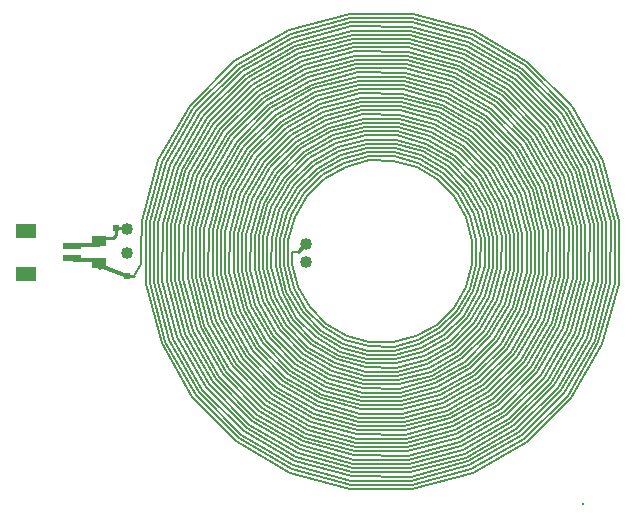
<source format=gtl>
G04*
G04 #@! TF.GenerationSoftware,Altium Limited,Altium Designer,23.7.1 (13)*
G04*
G04 Layer_Physical_Order=1*
G04 Layer_Color=255*
%FSLAX25Y25*%
%MOIN*%
G70*
G04*
G04 #@! TF.SameCoordinates,EF7137CB-2ACC-42BF-A9FD-E08E9475024B*
G04*
G04*
G04 #@! TF.FilePolarity,Positive*
G04*
G01*
G75*
%ADD13C,0.01000*%
%ADD14R,0.02400X0.02200*%
%ADD15R,0.04921X0.03347*%
%ADD16R,0.07087X0.04724*%
%ADD17R,0.06102X0.02362*%
%ADD25C,0.01181*%
%ADD26C,0.01400*%
%ADD27C,0.01181*%
%ADD28C,0.00799*%
%ADD29C,0.04000*%
D13*
X33071Y103248D02*
X34244Y104421D01*
X37901D01*
X38745Y105266D01*
Y107547D01*
X42419Y91547D02*
X44819D01*
X38745Y107547D02*
X42406D01*
D14*
X38745D02*
D03*
X42419Y91547D02*
D03*
D15*
X33071Y103248D02*
D03*
Y95965D02*
D03*
D16*
X8661Y92520D02*
D03*
Y106693D02*
D03*
D17*
X24016Y97638D02*
D03*
Y101575D02*
D03*
D25*
X194488Y15748D02*
D03*
D26*
X102036Y102513D02*
X102061Y102547D01*
X99815Y99547D02*
X102036Y102513D01*
D27*
X22940Y101969D02*
X33071D01*
X24606Y97047D02*
X30746D01*
X33305Y94488D01*
X24016Y97638D02*
X24606Y97047D01*
X32677Y95276D02*
X42419Y91547D01*
D28*
X47219Y99547D02*
X47277Y110061D01*
X52774Y130351D01*
X63327Y148514D01*
X78211Y163315D01*
X96406Y173752D01*
X116666Y179121D01*
X137611Y179063D01*
X157812Y173590D01*
X175895Y163082D01*
X190632Y148264D01*
X201023Y130149D01*
X206368Y109977D01*
X206310Y89124D02*
X206368Y109977D01*
X200860Y69012D02*
X206310Y89124D01*
X190399Y51008D02*
X200860Y69012D01*
X175645Y36337D02*
X190399Y51008D01*
X157610Y25992D02*
X175645Y36337D01*
X137527Y20671D02*
X157610Y25992D01*
X116766Y20729D02*
X137527Y20671D01*
X96742Y26154D02*
X116766Y20729D01*
X78819Y36570D02*
X96742Y26154D01*
X64212Y51259D02*
X78819Y36570D01*
X53913Y69214D02*
X64212Y51259D01*
X48616Y89208D02*
X53913Y69214D01*
X48616Y89208D02*
X48674Y109877D01*
X54076Y129812D01*
X64445Y147656D01*
X79069Y162197D01*
X96945Y172451D01*
X116850Y177724D01*
X137427Y177666D01*
X157273Y172288D01*
X175038Y161964D01*
X189514Y147406D01*
X199721Y129610D01*
X204971Y109793D01*
X204913Y89308D02*
X204971Y109793D01*
X199558Y69551D02*
X204913Y89308D01*
X189281Y51866D02*
X199558Y69551D01*
X174787Y37455D02*
X189281Y51866D01*
X157071Y27294D02*
X174787Y37455D01*
X137343Y22068D02*
X157071Y27294D01*
X116950Y22126D02*
X137343Y22068D01*
X97282Y27456D02*
X116950Y22126D01*
X79677Y37688D02*
X97282Y27456D01*
X65330Y52116D02*
X79677Y37688D01*
X55215Y69753D02*
X65330Y52116D01*
X50013Y89392D02*
X55215Y69753D01*
X50013Y89392D02*
X50071Y109693D01*
X55378Y129273D01*
X65563Y146798D01*
X79927Y161080D01*
X97484Y171149D01*
X117034Y176327D01*
X137243Y176269D01*
X156734Y170986D01*
X174180Y160847D01*
X188396Y146548D01*
X198419Y129070D01*
X203574Y109609D01*
X203516Y89492D02*
X203574Y109609D01*
X198257Y70090D02*
X203516Y89492D01*
X188163Y52724D02*
X198257Y70090D01*
X173930Y38573D02*
X188163Y52724D01*
X156532Y28595D02*
X173930Y38573D01*
X137159Y23465D02*
X156532Y28595D01*
X117134Y23523D02*
X137159Y23465D01*
X97821Y28758D02*
X117134Y23523D01*
X80534Y38806D02*
X97821Y28758D01*
X66448Y52974D02*
X80534Y38806D01*
X56517Y70292D02*
X66448Y52974D01*
X51410Y89576D02*
X56517Y70292D01*
X51410Y89576D02*
X51468Y109509D01*
X56679Y128734D01*
X66681Y145940D01*
X80785Y159962D01*
X98023Y169847D01*
X117218Y174930D01*
X137059Y174872D01*
X156195Y169684D01*
X173322Y159729D01*
X187278Y145690D01*
X197118Y128531D01*
X202177Y109425D01*
X202119Y89676D02*
X202177Y109425D01*
X196955Y70630D02*
X202119Y89676D01*
X187045Y53582D02*
X196955Y70630D01*
X173072Y39691D02*
X187045Y53582D01*
X155992Y29897D02*
X173072Y39691D01*
X136975Y24862D02*
X155992Y29897D01*
X117318Y24920D02*
X136975Y24862D01*
X98360Y30060D02*
X117318Y24920D01*
X81392Y39924D02*
X98360Y30060D01*
X67566Y53832D02*
X81392Y39924D01*
X57819Y70832D02*
X67566Y53832D01*
X52807Y89760D02*
X57819Y70832D01*
X52807Y89760D02*
X52865Y109326D01*
X57981Y128194D01*
X67799Y145083D01*
X81642Y158844D01*
X98562Y168545D01*
X117402Y173533D01*
X136875Y173475D01*
X155655Y168383D01*
X172464Y158611D01*
X186160Y144833D01*
X195816Y127992D01*
X200780Y109241D01*
X200722Y89860D02*
X200780Y109241D01*
X195653Y71169D02*
X200722Y89860D01*
X185927Y54440D02*
X195653Y71169D01*
X172214Y40808D02*
X185927Y54440D01*
X155453Y31199D02*
X172214Y40808D01*
X136791Y26259D02*
X155453Y31199D01*
X117502Y26317D02*
X136791Y26259D01*
X98899Y31362D02*
X117502Y26317D01*
X82250Y41041D02*
X98899Y31362D01*
X68684Y54690D02*
X82250Y41041D01*
X59120Y71371D02*
X68684Y54690D01*
X54204Y89944D02*
X59120Y71371D01*
X54204Y89944D02*
X54262Y109142D01*
X59283Y127655D01*
X68917Y144225D01*
X82500Y157726D01*
X99102Y167244D01*
X117586Y172136D01*
X136691Y172078D01*
X155116Y167081D01*
X171606Y157493D01*
X185042Y143975D01*
X194514Y127453D01*
X199383Y109057D01*
X199325Y90044D02*
X199383Y109057D01*
X194351Y71708D02*
X199325Y90044D01*
X184809Y55297D02*
X194351Y71708D01*
X171356Y41926D02*
X184809Y55297D01*
X154914Y32501D02*
X171356Y41926D01*
X136607Y27656D02*
X154914Y32501D01*
X117686Y27714D02*
X136607Y27656D01*
X99439Y32663D02*
X117686Y27714D01*
X83108Y42159D02*
X99439Y32663D01*
X69802Y55547D02*
X83108Y42159D01*
X60422Y71910D02*
X69802Y55547D01*
X55601Y90128D02*
X60422Y71910D01*
X55601Y90128D02*
X55659Y108958D01*
X60585Y127116D01*
X70035Y143367D01*
X83358Y156608D01*
X99641Y165942D01*
X117770Y170739D01*
X136508Y170681D01*
X154577Y165779D01*
X170749Y156375D01*
X183924Y143117D01*
X193212Y126914D01*
X197986Y108873D01*
X197928Y90228D02*
X197986Y108873D01*
X193050Y72247D02*
X197928Y90228D01*
X183692Y56155D02*
X193050Y72247D01*
X170498Y43044D02*
X183692Y56155D01*
X154375Y33803D02*
X170498Y43044D01*
X136423Y29053D02*
X154375Y33803D01*
X117870Y29111D02*
X136423Y29053D01*
X99978Y33965D02*
X117870Y29111D01*
X83965Y43277D02*
X99978Y33965D01*
X70920Y56405D02*
X83965Y43277D01*
X61724Y72449D02*
X70920Y56405D01*
X56998Y90312D02*
X61724Y72449D01*
X56998Y90312D02*
X57056Y108774D01*
X61887Y126577D01*
X71153Y142509D01*
X84216Y155490D01*
X100180Y164640D01*
X117954Y169342D01*
X136324Y169284D01*
X154038Y164477D01*
X169891Y155257D01*
X182807Y142259D01*
X191910Y126374D01*
X196589Y108689D01*
X196531Y90412D02*
X196589Y108689D01*
X191748Y72786D02*
X196531Y90412D01*
X182574Y57013D02*
X191748Y72786D01*
X169641Y44162D02*
X182574Y57013D01*
X153835Y35104D02*
X169641Y44162D01*
X136239Y30450D02*
X153835Y35104D01*
X118053Y30508D02*
X136239Y30450D01*
X100517Y35267D02*
X118053Y30508D01*
X84823Y44395D02*
X100517Y35267D01*
X72038Y57263D02*
X84823Y44395D01*
X63026Y72989D02*
X72038Y57263D01*
X58395Y90496D02*
X63026Y72989D01*
X58395Y90496D02*
X58453Y108590D01*
X63188Y126037D01*
X72271Y141651D01*
X85074Y154372D01*
X100719Y163338D01*
X118138Y167945D01*
X136140Y167887D01*
X153498Y163175D01*
X169033Y154139D01*
X181689Y141401D01*
X190609Y125835D01*
X195192Y108505D01*
X195134Y90596D02*
X195192Y108505D01*
X190446Y73326D02*
X195134Y90596D01*
X181456Y57871D02*
X190446Y73326D01*
X168783Y45280D02*
X181456Y57871D01*
X153296Y36406D02*
X168783Y45280D01*
X136056Y31847D02*
X153296Y36406D01*
X118237Y31905D02*
X136056Y31847D01*
X101056Y36569D02*
X118237Y31905D01*
X85681Y45513D02*
X101056Y36569D01*
X73155Y58121D02*
X85681Y45513D01*
X64328Y73528D02*
X73155Y58121D01*
X59792Y90680D02*
X64328Y73528D01*
X59792Y90680D02*
X59850Y108406D01*
X64490Y125498D01*
X73388Y140794D01*
X85931Y153254D01*
X101259Y162036D01*
X118322Y166548D01*
X135956Y166490D01*
X152959Y161874D01*
X168175Y153022D01*
X180571Y140544D01*
X189307Y125296D01*
X193795Y108322D01*
X193737Y90779D02*
X193795Y108322D01*
X189144Y73865D02*
X193737Y90779D01*
X180338Y58728D02*
X189144Y73865D01*
X167925Y46398D02*
X180338Y58728D01*
X152757Y37708D02*
X167925Y46398D01*
X135872Y33244D02*
X152757Y37708D01*
X118421Y33302D02*
X135872Y33244D01*
X101595Y37871D02*
X118421Y33302D01*
X86539Y46631D02*
X101595Y37871D01*
X74273Y58979D02*
X86539Y46631D01*
X65629Y74067D02*
X74273Y58979D01*
X61189Y90864D02*
X65629Y74067D01*
X61189Y90864D02*
X61247Y108222D01*
X65792Y124959D01*
X74506Y139936D01*
X86789Y152137D01*
X101798Y160735D01*
X118506Y165151D01*
X135772Y165093D01*
X152420Y160572D01*
X167317Y151904D01*
X179453Y139686D01*
X188005Y124757D01*
X192398Y108138D01*
X192340Y90963D02*
X192398Y108138D01*
X187842Y74404D02*
X192340Y90963D01*
X179220Y59586D02*
X187842Y74404D01*
X167067Y47516D02*
X179220Y59586D01*
X152218Y39010D02*
X167067Y47516D01*
X135688Y34641D02*
X152218Y39010D01*
X118605Y34699D02*
X135688Y34641D01*
X102135Y39172D02*
X118605Y34699D01*
X87397Y47749D02*
X102135Y39172D01*
X75391Y59836D02*
X87397Y47749D01*
X66931Y74606D02*
X75391Y59836D01*
X62586Y91048D02*
X66931Y74606D01*
X62586Y91048D02*
X62644Y108038D01*
X67094Y124420D01*
X75624Y139078D01*
X87647Y151019D01*
X102337Y159433D01*
X118690Y163754D01*
X135588Y163696D01*
X151881Y159270D01*
X166460Y150786D01*
X178335Y138828D01*
X186703Y124217D01*
X191001Y107954D01*
X190943Y91147D02*
X191001Y107954D01*
X186540Y74943D02*
X190943Y91147D01*
X178102Y60444D02*
X186540Y74943D01*
X166209Y48634D02*
X178102Y60444D01*
X151679Y40312D02*
X166209Y48634D01*
X135504Y36038D02*
X151679Y40312D01*
X118789Y36096D02*
X135504Y36038D01*
X102674Y40474D02*
X118789Y36096D01*
X88254Y48867D02*
X102674Y40474D01*
X76509Y60694D02*
X88254Y48867D01*
X68233Y75146D02*
X76509Y60694D01*
X63983Y91232D02*
X68233Y75146D01*
X63983Y91232D02*
X64041Y107854D01*
X68396Y123881D01*
X76742Y138220D01*
X88505Y149901D01*
X102876Y158131D01*
X118873Y162357D01*
X135404Y162299D01*
X151342Y157968D01*
X165602Y149668D01*
X177217Y137970D01*
X185401Y123678D01*
X189604Y107770D01*
X189546Y91331D02*
X189604Y107770D01*
X185239Y75482D02*
X189546Y91331D01*
X176984Y61302D02*
X185239Y75482D01*
X165352Y49751D02*
X176984Y61302D01*
X151139Y41613D02*
X165352Y49751D01*
X135320Y37435D02*
X151139Y41613D01*
X118973Y37493D02*
X135320Y37435D01*
X103213Y41776D02*
X118973Y37493D01*
X89112Y49984D02*
X103213Y41776D01*
X77627Y61552D02*
X89112Y49984D01*
X69535Y75685D02*
X77627Y61552D01*
X65380Y91415D02*
X69535Y75685D01*
X65380Y91415D02*
X65438Y107670D01*
X69697Y123341D01*
X77860Y137363D01*
X89362Y148783D01*
X103415Y156829D01*
X119057Y160960D01*
X135220Y160902D01*
X150802Y156666D01*
X164744Y148550D01*
X176099Y137112D01*
X184100Y123139D01*
X188207Y107586D01*
X188149Y91515D02*
X188207Y107586D01*
X183937Y76022D02*
X188149Y91515D01*
X175866Y62160D02*
X183937Y76022D01*
X164494Y50869D02*
X175866Y62160D01*
X150600Y42915D02*
X164494Y50869D01*
X135136Y38832D02*
X150600Y42915D01*
X119157Y38890D02*
X135136Y38832D01*
X103752Y43078D02*
X119157Y38890D01*
X89970Y51102D02*
X103752Y43078D01*
X78745Y62410D02*
X89970Y51102D01*
X70836Y76224D02*
X78745Y62410D01*
X66777Y91599D02*
X70836Y76224D01*
X66777Y91599D02*
X66835Y107486D01*
X70999Y122802D01*
X78978Y136505D01*
X90220Y147665D01*
X103955Y155527D01*
X119241Y159563D01*
X135036Y159505D01*
X150263Y155365D01*
X163886Y147432D01*
X174981Y136255D01*
X182798Y122600D01*
X186810Y107402D01*
X186752Y91699D02*
X186810Y107402D01*
X182635Y76561D02*
X186752Y91699D01*
X174749Y63017D02*
X182635Y76561D01*
X163636Y51987D02*
X174749Y63017D01*
X150061Y44217D02*
X163636Y51987D01*
X134952Y40229D02*
X150061Y44217D01*
X119341Y40287D02*
X134952Y40229D01*
X104292Y44380D02*
X119341Y40287D01*
X90828Y52220D02*
X104292Y44380D01*
X79863Y63267D02*
X90828Y52220D01*
X72138Y76763D02*
X79863Y63267D01*
X68174Y91783D02*
X72138Y76763D01*
X68174Y91783D02*
X68232Y107302D01*
X72301Y122263D01*
X80096Y135647D01*
X91078Y146547D01*
X104494Y154226D01*
X119425Y158166D01*
X134852Y158108D01*
X149724Y154063D01*
X163029Y146314D01*
X173864Y135397D01*
X181496Y122061D01*
X185413Y107218D01*
X185355Y91883D02*
X185413Y107218D01*
X181333Y77100D02*
X185355Y91883D01*
X173631Y63875D02*
X181333Y77100D01*
X162778Y53105D02*
X173631Y63875D01*
X149522Y45519D02*
X162778Y53105D01*
X134768Y41626D02*
X149522Y45519D01*
X119525Y41684D02*
X134768Y41626D01*
X104831Y45681D02*
X119525Y41684D01*
X91685Y53338D02*
X104831Y45681D01*
X80981Y64125D02*
X91685Y53338D01*
X73440Y77302D02*
X80981Y64125D01*
X69571Y91967D02*
X73440Y77302D01*
X69571Y91967D02*
X69629Y107118D01*
X73603Y121724D01*
X81213Y134789D01*
X91936Y145429D01*
X105033Y152924D01*
X119609Y156769D01*
X134668Y156711D01*
X149185Y152761D01*
X162171Y145196D01*
X172746Y134539D01*
X180194Y121521D01*
X184016Y107034D01*
X183958Y92067D02*
X184016Y107034D01*
X180032Y77639D02*
X183958Y92067D01*
X172513Y64733D02*
X180032Y77639D01*
X161921Y54223D02*
X172513Y64733D01*
X148983Y46821D02*
X161921Y54223D01*
X134584Y43023D02*
X148983Y46821D01*
X119709Y43081D02*
X134584Y43023D01*
X105370Y46983D02*
X119709Y43081D01*
X92543Y54456D02*
X105370Y46983D01*
X82099Y64983D02*
X92543Y54456D01*
X74742Y77842D02*
X82099Y64983D01*
X70968Y92151D02*
X74742Y77842D01*
X70968Y92151D02*
X71026Y106934D01*
X74905Y121184D01*
X82331Y133932D01*
X92794Y144311D01*
X105572Y151622D01*
X119793Y155372D01*
X134485Y155314D01*
X148645Y151459D01*
X161313Y144078D01*
X171628Y133681D01*
X178893Y120982D01*
X182619Y106850D01*
X182561Y92251D02*
X182619Y106850D01*
X178730Y78179D02*
X182561Y92251D01*
X171395Y65591D02*
X178730Y78179D01*
X161063Y55341D02*
X171395Y65591D01*
X148443Y48122D02*
X161063Y55341D01*
X134400Y44420D02*
X148443Y48122D01*
X119893Y44478D02*
X134400Y44420D01*
X105909Y48285D02*
X119893Y44478D01*
X93401Y55574D02*
X105909Y48285D01*
X83216Y65841D02*
X93401Y55574D01*
X76044Y78381D02*
X83216Y65841D01*
X72365Y92335D02*
X76044Y78381D01*
X72365Y92335D02*
X72423Y106751D01*
X76206Y120645D01*
X83449Y133074D01*
X93651Y143193D01*
X106112Y150320D01*
X119977Y153975D01*
X134301Y153917D01*
X148106Y150157D01*
X160455Y142961D01*
X170510Y132824D01*
X177591Y120443D01*
X181222Y106666D01*
X181164Y92435D02*
X181222Y106666D01*
X177428Y78718D02*
X181164Y92435D01*
X170277Y66448D02*
X177428Y78718D01*
X160205Y56459D02*
X170277Y66448D01*
X147904Y49424D02*
X160205Y56459D01*
X134216Y45817D02*
X147904Y49424D01*
X120077Y45875D02*
X134216Y45817D01*
X106448Y49587D02*
X120077Y45875D01*
X94259Y56692D02*
X106448Y49587D01*
X84334Y66699D02*
X94259Y56692D01*
X77345Y78920D02*
X84334Y66699D01*
X73762Y92519D02*
X77345Y78920D01*
X73762Y92519D02*
X73820Y106567D01*
X77508Y120106D01*
X84567Y132216D01*
X94509Y142076D01*
X106651Y149018D01*
X120161Y152578D01*
X134117Y152520D01*
X147567Y148856D01*
X159598Y141843D01*
X169392Y131966D01*
X176289Y119904D01*
X179825Y106482D01*
X179767Y92619D02*
X179825Y106482D01*
X176126Y79257D02*
X179767Y92619D01*
X169159Y67306D02*
X176126Y79257D01*
X159347Y57577D02*
X169159Y67306D01*
X147365Y50726D02*
X159347Y57577D01*
X134032Y47214D02*
X147365Y50726D01*
X120261Y47272D02*
X134032Y47214D01*
X106988Y50889D02*
X120261Y47272D01*
X95117Y57810D02*
X106988Y50889D01*
X85452Y67556D02*
X95117Y57810D01*
X78647Y79459D02*
X85452Y67556D01*
X75159Y92703D02*
X78647Y79459D01*
X75159Y92703D02*
X75217Y106383D01*
X78810Y119567D01*
X85685Y131358D01*
X95367Y140958D01*
X107190Y147717D01*
X120345Y151181D01*
X133933Y151123D01*
X147028Y147554D01*
X158740Y140725D01*
X168274Y131108D01*
X174987Y119365D01*
X178428Y106298D01*
X178370Y92803D02*
X178428Y106298D01*
X174824Y79796D02*
X178370Y92803D01*
X168041Y68164D02*
X174824Y79796D01*
X158490Y58695D02*
X168041Y68164D01*
X146826Y52028D02*
X158490Y58695D01*
X133849Y48611D02*
X146826Y52028D01*
X120444Y48669D02*
X133849Y48611D01*
X107527Y52190D02*
X120444Y48669D01*
X95974Y58928D02*
X107527Y52190D01*
X86570Y68414D02*
X95974Y58928D01*
X79949Y79998D02*
X86570Y68414D01*
X76556Y92887D02*
X79949Y79998D01*
X76556Y92887D02*
X76614Y106199D01*
X80112Y119027D01*
X86803Y130500D01*
X96225Y139840D01*
X107729Y146415D01*
X120529Y149784D01*
X133749Y149726D01*
X146489Y146252D01*
X157882Y139607D01*
X167156Y130250D01*
X173685Y118825D01*
X177031Y106115D01*
X176973Y92986D02*
X177031Y106115D01*
X173523Y80335D02*
X176973Y92986D01*
X166923Y69022D02*
X173523Y80335D01*
X157632Y59812D02*
X166923Y69022D01*
X146286Y53329D02*
X157632Y59812D01*
X133665Y50008D02*
X146286Y53329D01*
X120628Y50066D02*
X133665Y50008D01*
X108066Y53492D02*
X120628Y50066D01*
X96832Y60045D02*
X108066Y53492D01*
X87688Y69272D02*
X96832Y60045D01*
X81251Y80538D02*
X87688Y69272D01*
X77953Y93071D02*
X81251Y80538D01*
X77953Y93071D02*
X78011Y106015D01*
X81414Y118488D01*
X87921Y129643D01*
X97082Y138722D01*
X108268Y145113D01*
X120713Y148387D01*
X133565Y148329D01*
X145949Y144950D01*
X157024Y138489D01*
X166038Y129393D01*
X172383Y118286D01*
X175634Y105931D01*
X175576Y93170D02*
X175634Y105931D01*
X172221Y80875D02*
X175576Y93170D01*
X165805Y69880D02*
X172221Y80875D01*
X156774Y60930D02*
X165805Y69880D01*
X145747Y54631D02*
X156774Y60930D01*
X133481Y51405D02*
X145747Y54631D01*
X120812Y51463D02*
X133481Y51405D01*
X108605Y54794D02*
X120812Y51463D01*
X97690Y61163D02*
X108605Y54794D01*
X88806Y70130D02*
X97690Y61163D01*
X82553Y81077D02*
X88806Y70130D01*
X79350Y93255D02*
X82553Y81077D01*
X79350Y93255D02*
X79408Y105831D01*
X82715Y117949D01*
X89039Y128785D01*
X97940Y137604D01*
X108808Y143811D01*
X120896Y146990D01*
X133381Y146932D01*
X145410Y143649D01*
X156166Y137371D01*
X164920Y128535D01*
X171082Y117747D01*
X174237Y105747D01*
X174179Y93354D02*
X174237Y105747D01*
X170919Y81414D02*
X174179Y93354D01*
X164688Y70737D02*
X170919Y81414D01*
X155916Y62048D02*
X164688Y70737D01*
X145208Y55933D02*
X155916Y62048D01*
X133297Y52802D02*
X145208Y55933D01*
X120996Y52860D02*
X133297Y52802D01*
X109145Y56096D02*
X120996Y52860D01*
X98548Y62281D02*
X109145Y56096D01*
X89924Y70987D02*
X98548Y62281D01*
X83854Y81616D02*
X89924Y70987D01*
X80747Y93439D02*
X83854Y81616D01*
X80747Y93439D02*
X80805Y105647D01*
X84017Y117410D01*
X90157Y127927D01*
X98798Y136486D01*
X109347Y142509D01*
X121081Y145593D01*
X133197Y145535D01*
X144871Y142347D01*
X155309Y136253D01*
X163803Y127677D01*
X169780Y117208D01*
X172840Y105563D01*
X172782Y93538D02*
X172840Y105563D01*
X169617Y81953D02*
X172782Y93538D01*
X163570Y71595D02*
X169617Y81953D01*
X155058Y63166D02*
X163570Y71595D01*
X144669Y57235D02*
X155058Y63166D01*
X133113Y54199D02*
X144669Y57235D01*
X121180Y54257D02*
X133113Y54199D01*
X109684Y57398D02*
X121180Y54257D01*
X99405Y63399D02*
X109684Y57398D01*
X91041Y71845D02*
X99405Y63399D01*
X85156Y82155D02*
X91041Y71845D01*
X82144Y93622D02*
X85156Y82155D01*
X82144Y93622D02*
X82202Y105463D01*
X85319Y116871D01*
X91274Y127069D01*
X99656Y135368D01*
X109886Y141208D01*
X121264Y144196D01*
X133013Y144138D01*
X144332Y141045D01*
X154451Y135135D01*
X162685Y126819D01*
X168478Y116668D01*
X171443Y105379D01*
X171385Y93722D02*
X171443Y105379D01*
X168315Y82492D02*
X171385Y93722D01*
X162452Y72453D02*
X168315Y82492D01*
X154201Y64284D02*
X162452Y72453D01*
X144130Y58537D02*
X154201Y64284D01*
X132929Y55596D02*
X144130Y58537D01*
X121364Y55654D02*
X132929Y55596D01*
X110223Y58699D02*
X121364Y55654D01*
X100263Y64517D02*
X110223Y58699D01*
X92159Y72703D02*
X100263Y64517D01*
X86458Y82695D02*
X92159Y72703D01*
X83541Y93806D02*
X86458Y82695D01*
X83541Y93806D02*
X83599Y105279D01*
X86621Y116331D01*
X92392Y126212D01*
X100514Y134250D01*
X110425Y139906D01*
X121448Y142799D01*
X132829Y142741D01*
X143792Y139743D01*
X153593Y134018D01*
X161567Y125961D01*
X167176Y116129D01*
X170046Y105195D01*
X169988Y93906D02*
X170046Y105195D01*
X167014Y83032D02*
X169988Y93906D01*
X161334Y73311D02*
X167014Y83032D01*
X153343Y65402D02*
X161334Y73311D01*
X143590Y59838D02*
X153343Y65402D01*
X132745Y56993D02*
X143590Y59838D01*
X121548Y57051D02*
X132745Y56993D01*
X110762Y60001D02*
X121548Y57051D01*
X101121Y65635D02*
X110762Y60001D01*
X93277Y73561D02*
X101121Y65635D01*
X87760Y83234D02*
X93277Y73561D01*
X84938Y93990D02*
X87760Y83234D01*
X84938Y93990D02*
X84996Y105095D01*
X87923Y115792D01*
X93510Y125354D01*
X101371Y133133D01*
X110965Y138604D01*
X121632Y141402D01*
X132645Y141344D01*
X143253Y138441D01*
X152735Y132900D01*
X160449Y125104D01*
X165875Y115590D01*
X168649Y105011D01*
X168591Y94090D02*
X168649Y105011D01*
X165712Y83571D02*
X168591Y94090D01*
X160216Y74168D02*
X165712Y83571D01*
X152485Y66520D02*
X160216Y74168D01*
X143051Y61140D02*
X152485Y66520D01*
X132561Y58390D02*
X143051Y61140D01*
X121732Y58448D02*
X132561Y58390D01*
X111302Y61303D02*
X121732Y58448D01*
X101979Y66753D02*
X111302Y61303D01*
X94395Y74419D02*
X101979Y66753D01*
X89062Y83773D02*
X94395Y74419D01*
X86335Y94174D02*
X89062Y83773D01*
X86335Y94174D02*
X86393Y104911D01*
X89224Y115253D01*
X94628Y124496D01*
X102229Y132015D01*
X111504Y137302D01*
X121816Y140005D01*
X132461Y139947D01*
X142714Y137139D01*
X151877Y131782D01*
X159331Y124246D01*
X164573Y115051D01*
X167252Y104827D01*
X167194Y94274D02*
X167252Y104827D01*
X164410Y84110D02*
X167194Y94274D01*
X159098Y75026D02*
X164410Y84110D01*
X151627Y67638D02*
X159098Y75026D01*
X142512Y62442D02*
X151627Y67638D01*
X132377Y59787D02*
X142512Y62442D01*
X121916Y59845D02*
X132377Y59787D01*
X111841Y62605D02*
X121916Y59845D01*
X102837Y67870D02*
X111841Y62605D01*
X95513Y75276D02*
X102837Y67870D01*
X90363Y84312D02*
X95513Y75276D01*
X87732Y94358D02*
X90363Y84312D01*
X87732Y94358D02*
X87790Y104727D01*
X90526Y114714D01*
X95746Y123638D01*
X103087Y130897D01*
X112043Y136000D01*
X122000Y138608D01*
X132278Y138550D01*
X142175Y135838D01*
X151020Y130664D01*
X158213Y123388D01*
X163271Y114512D01*
X165855Y104643D01*
X165797Y94458D02*
X165855Y104643D01*
X163108Y84649D02*
X165797Y94458D01*
X157980Y75884D02*
X163108Y84649D01*
X150769Y68756D02*
X157980Y75884D01*
X141973Y63744D02*
X150769Y68756D01*
X132193Y61184D02*
X141973Y63744D01*
X122100Y61242D02*
X132193Y61184D01*
X112380Y63907D02*
X122100Y61242D01*
X103694Y68988D02*
X112380Y63907D01*
X96631Y76134D02*
X103694Y68988D01*
X91665Y84851D02*
X96631Y76134D01*
X89129Y94542D02*
X91665Y84851D01*
X89129Y94542D02*
X89187Y104544D01*
X91828Y114174D01*
X96864Y122780D01*
X103945Y129779D01*
X112582Y134699D01*
X122184Y137211D01*
X132094Y137153D01*
X141636Y134536D01*
X150162Y129546D01*
X157095Y122530D01*
X161969Y113972D01*
X164458Y104459D01*
X164400Y94642D02*
X164458Y104459D01*
X161806Y85189D02*
X164400Y94642D01*
X156862Y76742D02*
X161806Y85189D01*
X149912Y69873D02*
X156862Y76742D01*
X141433Y65046D02*
X149912Y69873D01*
X132009Y62581D02*
X141433Y65046D01*
X122284Y62639D02*
X132009Y62581D01*
X112919Y65208D02*
X122284Y62639D01*
X104552Y70106D02*
X112919Y65208D01*
X97749Y76992D02*
X104552Y70106D01*
X92967Y85391D02*
X97749Y76992D01*
X90526Y94726D02*
X92967Y85391D01*
X90526Y94726D02*
X90584Y104360D01*
X93130Y113635D01*
X97982Y121923D01*
X104802Y128661D01*
X113121Y133397D01*
X122368Y135814D01*
X131910Y135756D01*
X141096Y133234D01*
X149304Y128428D01*
X155977Y121672D01*
X160667Y113433D01*
X163061Y104275D01*
X163003Y94826D02*
X163061Y104275D01*
X160505Y85728D02*
X163003Y94826D01*
X155745Y77600D02*
X160505Y85728D01*
X149054Y70991D02*
X155745Y77600D01*
X140894Y66347D02*
X149054Y70991D01*
X131825Y63978D02*
X140894Y66347D01*
X122468Y64036D02*
X131825Y63978D01*
X113458Y66510D02*
X122468Y64036D01*
X105410Y71224D02*
X113458Y66510D01*
X98867Y77850D02*
X105410Y71224D01*
X94269Y85930D02*
X98867Y77850D01*
X91923Y94910D02*
X94269Y85930D01*
X91923Y94910D02*
X91981Y104176D01*
X94432Y113096D01*
X99099Y121065D01*
X105660Y127543D01*
X113661Y132095D01*
X122552Y134417D01*
X131726Y134359D01*
X140557Y131932D01*
X148446Y127310D01*
X154860Y120815D01*
X159365Y112894D01*
X161664Y104092D01*
X161606Y95009D02*
X161664Y104092D01*
X159203Y86267D02*
X161606Y95009D01*
X154627Y78457D02*
X159203Y86267D01*
X148196Y72109D02*
X154627Y78457D01*
X140355Y67649D02*
X148196Y72109D01*
X131641Y65375D02*
X140355Y67649D01*
X122651Y65433D02*
X131641Y65375D01*
X113998Y67812D02*
X122651Y65433D01*
X106268Y72342D02*
X113998Y67812D01*
X99985Y78707D02*
X106268Y72342D01*
X95571Y86469D02*
X99985Y78707D01*
X93320Y95094D02*
X95571Y86469D01*
X93320Y95094D02*
X93378Y103992D01*
X95733Y112557D01*
X100217Y120207D01*
X106518Y126425D01*
X114200Y130793D01*
X122736Y133020D01*
X131542Y132962D01*
X140018Y130631D01*
X147589Y126192D01*
X153742Y119957D01*
X158064Y112355D01*
X160267Y103908D01*
X160209Y95193D02*
X160267Y103908D01*
X157901Y86806D02*
X160209Y95193D01*
X153509Y79315D02*
X157901Y86806D01*
X147338Y73227D02*
X153509Y79315D01*
X139816Y68951D02*
X147338Y73227D01*
X131457Y66772D02*
X139816Y68951D01*
X122835Y66830D02*
X131457Y66772D01*
X114537Y69114D02*
X122835Y66830D01*
X107125Y73460D02*
X114537Y69114D01*
X101102Y79565D02*
X107125Y73460D01*
X96872Y87008D02*
X101102Y79565D01*
X94717Y95278D02*
X96872Y87008D01*
X94717Y95278D02*
X94775Y103808D01*
X97035Y112018D01*
X101335Y119349D01*
X107376Y125307D01*
X114739Y129491D01*
X122920Y131623D01*
X131358Y131565D01*
X139479Y129329D01*
X146731Y125075D01*
X152624Y119099D01*
X156762Y111815D01*
X158870Y103724D01*
X158812Y95377D02*
X158870Y103724D01*
X156599Y87345D02*
X158812Y95377D01*
X152391Y80173D02*
X156599Y87345D01*
X146481Y74345D02*
X152391Y80173D01*
X139277Y70253D02*
X146481Y74345D01*
X131274Y68169D02*
X139277Y70253D01*
X123019Y68227D02*
X131274Y68169D01*
X115076Y70416D02*
X123019Y68227D01*
X107983Y74578D02*
X115076Y70416D01*
X102220Y80423D02*
X107983Y74578D01*
X98174Y87548D02*
X102220Y80423D01*
X96114Y95462D02*
X98174Y87548D01*
X96114Y95462D02*
X96172Y103624D01*
X98337Y111478D01*
X102453Y118491D01*
X108233Y124189D01*
X115278Y128190D01*
X123104Y130226D01*
X131174Y130168D01*
X138939Y128027D01*
X145873Y123957D01*
X151506Y118241D01*
X155460Y111276D01*
X157473Y103540D01*
X157415Y95561D02*
X157473Y103540D01*
X155297Y87885D02*
X157415Y95561D01*
X151273Y81031D02*
X155297Y87885D01*
X145623Y75463D02*
X151273Y81031D01*
X138737Y71555D02*
X145623Y75463D01*
X131090Y69566D02*
X138737Y71555D01*
X123203Y69624D02*
X131090Y69566D01*
X115615Y71717D02*
X123203Y69624D01*
X108841Y75696D02*
X115615Y71717D01*
X103338Y81281D02*
X108841Y75696D01*
X99476Y88087D02*
X103338Y81281D01*
X97511Y95646D02*
X99476Y88087D01*
X97511Y95646D02*
X97569Y99547D01*
X99815D01*
X47219Y95547D02*
Y99547D01*
X44819Y91547D02*
X47219Y95547D01*
X42419Y91547D02*
X44819D01*
D29*
X42453Y107500D02*
D03*
X102053Y102500D02*
D03*
X42453Y99500D02*
D03*
X102053Y96500D02*
D03*
M02*

</source>
